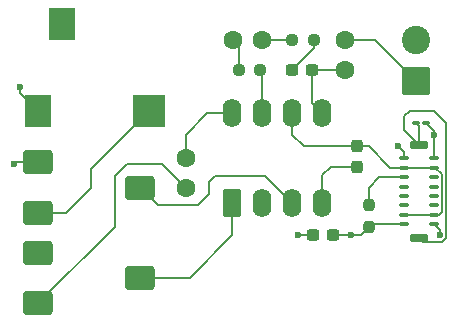
<source format=gbr>
%TF.GenerationSoftware,KiCad,Pcbnew,9.0.3-9.0.3-0~ubuntu24.04.1*%
%TF.CreationDate,2025-07-24T18:13:32+02:00*%
%TF.ProjectId,ampli_audio,616d706c-695f-4617-9564-696f2e6b6963,rev?*%
%TF.SameCoordinates,Original*%
%TF.FileFunction,Copper,L1,Top*%
%TF.FilePolarity,Positive*%
%FSLAX46Y46*%
G04 Gerber Fmt 4.6, Leading zero omitted, Abs format (unit mm)*
G04 Created by KiCad (PCBNEW 9.0.3-9.0.3-0~ubuntu24.04.1) date 2025-07-24 18:13:32*
%MOMM*%
%LPD*%
G01*
G04 APERTURE LIST*
G04 Aperture macros list*
%AMRoundRect*
0 Rectangle with rounded corners*
0 $1 Rounding radius*
0 $2 $3 $4 $5 $6 $7 $8 $9 X,Y pos of 4 corners*
0 Add a 4 corners polygon primitive as box body*
4,1,4,$2,$3,$4,$5,$6,$7,$8,$9,$2,$3,0*
0 Add four circle primitives for the rounded corners*
1,1,$1+$1,$2,$3*
1,1,$1+$1,$4,$5*
1,1,$1+$1,$6,$7*
1,1,$1+$1,$8,$9*
0 Add four rect primitives between the rounded corners*
20,1,$1+$1,$2,$3,$4,$5,0*
20,1,$1+$1,$4,$5,$6,$7,0*
20,1,$1+$1,$6,$7,$8,$9,0*
20,1,$1+$1,$8,$9,$2,$3,0*%
G04 Aperture macros list end*
%TA.AperFunction,SMDPad,CuDef*%
%ADD10R,2.200000X2.800000*%
%TD*%
%TA.AperFunction,SMDPad,CuDef*%
%ADD11R,2.800000X2.800000*%
%TD*%
%TA.AperFunction,SMDPad,CuDef*%
%ADD12RoundRect,0.237500X0.250000X0.237500X-0.250000X0.237500X-0.250000X-0.237500X0.250000X-0.237500X0*%
%TD*%
%TA.AperFunction,SMDPad,CuDef*%
%ADD13RoundRect,0.250000X-1.000000X-0.750000X1.000000X-0.750000X1.000000X0.750000X-1.000000X0.750000X0*%
%TD*%
%TA.AperFunction,SMDPad,CuDef*%
%ADD14RoundRect,0.237500X-0.300000X-0.237500X0.300000X-0.237500X0.300000X0.237500X-0.300000X0.237500X0*%
%TD*%
%TA.AperFunction,ComponentPad*%
%ADD15C,1.600000*%
%TD*%
%TA.AperFunction,SMDPad,CuDef*%
%ADD16RoundRect,0.237500X0.300000X0.237500X-0.300000X0.237500X-0.300000X-0.237500X0.300000X-0.237500X0*%
%TD*%
%TA.AperFunction,SMDPad,CuDef*%
%ADD17RoundRect,0.100000X0.295000X-0.100000X0.295000X0.100000X-0.295000X0.100000X-0.295000X-0.100000X0*%
%TD*%
%TA.AperFunction,SMDPad,CuDef*%
%ADD18RoundRect,0.162500X0.637500X-0.162500X0.637500X0.162500X-0.637500X0.162500X-0.637500X-0.162500X0*%
%TD*%
%TA.AperFunction,SMDPad,CuDef*%
%ADD19RoundRect,0.237500X-0.237500X0.250000X-0.237500X-0.250000X0.237500X-0.250000X0.237500X0.250000X0*%
%TD*%
%TA.AperFunction,SMDPad,CuDef*%
%ADD20RoundRect,0.237500X0.237500X-0.300000X0.237500X0.300000X-0.237500X0.300000X-0.237500X-0.300000X0*%
%TD*%
%TA.AperFunction,SMDPad,CuDef*%
%ADD21RoundRect,0.237500X-0.250000X-0.237500X0.250000X-0.237500X0.250000X0.237500X-0.250000X0.237500X0*%
%TD*%
%TA.AperFunction,SMDPad,CuDef*%
%ADD22RoundRect,0.100000X0.217500X0.100000X-0.217500X0.100000X-0.217500X-0.100000X0.217500X-0.100000X0*%
%TD*%
%TA.AperFunction,ComponentPad*%
%ADD23RoundRect,0.250000X0.550000X-0.950000X0.550000X0.950000X-0.550000X0.950000X-0.550000X-0.950000X0*%
%TD*%
%TA.AperFunction,ComponentPad*%
%ADD24O,1.600000X2.400000*%
%TD*%
%TA.AperFunction,ComponentPad*%
%ADD25RoundRect,0.250001X0.949999X-0.949999X0.949999X0.949999X-0.949999X0.949999X-0.949999X-0.949999X0*%
%TD*%
%TA.AperFunction,ComponentPad*%
%ADD26C,2.400000*%
%TD*%
%TA.AperFunction,ViaPad*%
%ADD27C,0.600000*%
%TD*%
%TA.AperFunction,Conductor*%
%ADD28C,0.200000*%
%TD*%
G04 APERTURE END LIST*
D10*
%TO.P,J1,R*%
%TO.N,unconnected-(J1-PadR)*%
X78500000Y-79100000D03*
%TO.P,J1,S*%
%TO.N,GND*%
X76500000Y-86500000D03*
D11*
%TO.P,J1,T*%
%TO.N,Net-(J1-PadT)*%
X85900000Y-86500000D03*
%TD*%
D12*
%TO.P,R1,1*%
%TO.N,Net-(C2-Pad2)*%
X99825000Y-80500000D03*
%TO.P,R1,2*%
%TO.N,GND*%
X98000000Y-80500000D03*
%TD*%
D13*
%TO.P,RV1,1,1*%
%TO.N,Net-(J1-PadT)*%
X76500000Y-95150000D03*
%TO.P,RV1,2,2*%
%TO.N,Net-(U1-+)*%
X85150000Y-93000000D03*
%TO.P,RV1,3,3*%
%TO.N,GND*%
X76500000Y-90850000D03*
%TD*%
D14*
%TO.P,C6,1*%
%TO.N,GND*%
X99775000Y-97000000D03*
%TO.P,C6,2*%
X101500000Y-97000000D03*
%TD*%
D15*
%TO.P,C1,1*%
%TO.N,Net-(C1-Pad1)*%
X102500000Y-83000000D03*
%TO.P,C1,2*%
%TO.N,Net-(J2-Pin_1)*%
X102500000Y-80500000D03*
%TD*%
D16*
%TO.P,C2,1*%
%TO.N,Net-(C1-Pad1)*%
X99725000Y-83000000D03*
%TO.P,C2,2*%
%TO.N,Net-(C2-Pad2)*%
X98000000Y-83000000D03*
%TD*%
D13*
%TO.P,RV2,1,1*%
%TO.N,Net-(C7-Pad1)*%
X76500000Y-102800000D03*
%TO.P,RV2,2,2*%
%TO.N,Net-(RV2-Pad2)*%
X85150000Y-100650000D03*
%TO.P,RV2,3,3*%
%TO.N,unconnected-(RV2-Pad3)*%
X76500000Y-98500000D03*
%TD*%
D17*
%TO.P,P1,A1,GND*%
%TO.N,GND*%
X107500000Y-90500000D03*
%TO.P,P1,A4,VBUS*%
%TO.N,Net-(U1-V+)*%
X107500000Y-91300000D03*
%TO.P,P1,A5,CC*%
%TO.N,Net-(P1-CC)*%
X107500000Y-92100000D03*
%TO.P,P1,A6,D+*%
%TO.N,unconnected-(P1-D+-PadA6)*%
X107500000Y-92900000D03*
%TO.P,P1,A7,D-*%
%TO.N,unconnected-(P1-D--PadA7)*%
X107500000Y-93700000D03*
%TO.P,P1,A8*%
%TO.N,N/C*%
X107500000Y-94500000D03*
%TO.P,P1,A9,VBUS*%
%TO.N,Net-(U1-V+)*%
X107500000Y-95300000D03*
%TO.P,P1,A12,GND*%
%TO.N,GND*%
X107500000Y-96100000D03*
%TO.P,P1,B1,GND*%
X110040000Y-96100000D03*
%TO.P,P1,B4,VBUS*%
%TO.N,Net-(U1-V+)*%
X110040000Y-95300000D03*
%TO.P,P1,B5,VCONN*%
%TO.N,unconnected-(P1-VCONN-PadB5)*%
X110040000Y-94500000D03*
%TO.P,P1,B6*%
%TO.N,N/C*%
X110040000Y-93700000D03*
%TO.P,P1,B7*%
X110040000Y-92900000D03*
%TO.P,P1,B8*%
X110040000Y-92100000D03*
%TO.P,P1,B9,VBUS*%
%TO.N,Net-(U1-V+)*%
X110040000Y-91300000D03*
%TO.P,P1,B12,GND*%
%TO.N,GND*%
X110040000Y-90500000D03*
D18*
%TO.P,P1,S1,SHIELD*%
%TO.N,Net-(P1-SHIELD)*%
X108770000Y-89350000D03*
X108770000Y-97250000D03*
%TD*%
D19*
%TO.P,R2,1*%
%TO.N,Net-(P1-CC)*%
X104500000Y-94500000D03*
%TO.P,R2,2*%
%TO.N,GND*%
X104500000Y-96325000D03*
%TD*%
D20*
%TO.P,C5,1*%
%TO.N,GND*%
X103500000Y-91225000D03*
%TO.P,C5,2*%
%TO.N,Net-(U1-V+)*%
X103500000Y-89500000D03*
%TD*%
D15*
%TO.P,C3,1*%
%TO.N,Net-(C3-Pad1)*%
X93000000Y-80500000D03*
%TO.P,C3,2*%
%TO.N,GND*%
X95500000Y-80500000D03*
%TD*%
D21*
%TO.P,R3,1*%
%TO.N,Net-(C3-Pad1)*%
X93500000Y-83000000D03*
%TO.P,R3,2*%
%TO.N,Net-(U1-BYPASS)*%
X95325000Y-83000000D03*
%TD*%
D15*
%TO.P,C7,1*%
%TO.N,Net-(C7-Pad1)*%
X89000000Y-93000000D03*
%TO.P,C7,2*%
%TO.N,Net-(C7-Pad2)*%
X89000000Y-90500000D03*
%TD*%
D22*
%TO.P,FB1,1*%
%TO.N,GND*%
X109340000Y-87500000D03*
%TO.P,FB1,2*%
%TO.N,Net-(P1-SHIELD)*%
X108525000Y-87500000D03*
%TD*%
D23*
%TO.P,U1,1,GAIN*%
%TO.N,Net-(RV2-Pad2)*%
X92960000Y-94310000D03*
D24*
%TO.P,U1,2,-*%
%TO.N,GND*%
X95500000Y-94310000D03*
%TO.P,U1,3,+*%
%TO.N,Net-(U1-+)*%
X98040000Y-94310000D03*
%TO.P,U1,4,GND*%
%TO.N,GND*%
X100580000Y-94310000D03*
%TO.P,U1,5*%
%TO.N,Net-(C1-Pad1)*%
X100580000Y-86690000D03*
%TO.P,U1,6,V+*%
%TO.N,Net-(U1-V+)*%
X98040000Y-86690000D03*
%TO.P,U1,7,BYPASS*%
%TO.N,Net-(U1-BYPASS)*%
X95500000Y-86690000D03*
%TO.P,U1,8,GAIN*%
%TO.N,Net-(C7-Pad2)*%
X92960000Y-86690000D03*
%TD*%
D25*
%TO.P,J2,1,Pin_1*%
%TO.N,Net-(J2-Pin_1)*%
X108500000Y-84000000D03*
D26*
%TO.P,J2,2,Pin_2*%
%TO.N,GND*%
X108500000Y-80500000D03*
%TD*%
D27*
%TO.N,GND*%
X74500000Y-91000000D03*
X103000000Y-97000000D03*
X75000000Y-84500000D03*
X98500000Y-97000000D03*
X107000000Y-89500000D03*
X110500000Y-97000000D03*
X110000000Y-88500000D03*
%TD*%
D28*
%TO.N,GND*%
X75000000Y-84500000D02*
X75000000Y-85000000D01*
X75000000Y-85000000D02*
X76500000Y-86500000D01*
%TO.N,Net-(C1-Pad1)*%
X99725000Y-85835000D02*
X100580000Y-86690000D01*
X100580000Y-85580000D02*
X100580000Y-86690000D01*
X99725000Y-83000000D02*
X102500000Y-83000000D01*
X99725000Y-83000000D02*
X99725000Y-85835000D01*
%TO.N,Net-(J2-Pin_1)*%
X105000000Y-80500000D02*
X108500000Y-84000000D01*
X102500000Y-80500000D02*
X105000000Y-80500000D01*
%TO.N,Net-(C2-Pad2)*%
X99825000Y-80500000D02*
X99825000Y-81175000D01*
X99825000Y-81175000D02*
X98000000Y-83000000D01*
%TO.N,Net-(C3-Pad1)*%
X93500000Y-83000000D02*
X93500000Y-81000000D01*
X93500000Y-81000000D02*
X93000000Y-80500000D01*
%TO.N,GND*%
X103000000Y-97000000D02*
X101500000Y-97000000D01*
X110040000Y-90500000D02*
X110040000Y-88200000D01*
X95500000Y-80500000D02*
X98000000Y-80500000D01*
X104500000Y-96325000D02*
X104825000Y-96325000D01*
X107500000Y-90000000D02*
X107000000Y-89500000D01*
X103500000Y-91225000D02*
X101275000Y-91225000D01*
X100580000Y-91920000D02*
X100580000Y-94310000D01*
X110500000Y-96560000D02*
X110040000Y-96100000D01*
X74650000Y-90850000D02*
X76500000Y-90850000D01*
X107500000Y-90500000D02*
X107500000Y-90000000D01*
X110040000Y-88200000D02*
X109340000Y-87500000D01*
X104825000Y-96325000D02*
X105050000Y-96100000D01*
X110500000Y-97000000D02*
X110500000Y-96560000D01*
X74500000Y-91000000D02*
X74650000Y-90850000D01*
X101275000Y-91225000D02*
X100580000Y-91920000D01*
X105050000Y-96100000D02*
X107500000Y-96100000D01*
X103000000Y-97000000D02*
X103825000Y-97000000D01*
X98500000Y-97000000D02*
X99775000Y-97000000D01*
X103825000Y-97000000D02*
X104500000Y-96325000D01*
%TO.N,Net-(U1-V+)*%
X104500000Y-89500000D02*
X106300000Y-91300000D01*
X110434999Y-95300000D02*
X110040000Y-95300000D01*
X98040000Y-88540000D02*
X99000000Y-89500000D01*
X110101634Y-91300000D02*
X110663000Y-91861366D01*
X110040000Y-91300000D02*
X110101634Y-91300000D01*
X98040000Y-86690000D02*
X98040000Y-88540000D01*
X103500000Y-89500000D02*
X104500000Y-89500000D01*
X107500000Y-91300000D02*
X110040000Y-91300000D01*
X106300000Y-91300000D02*
X107500000Y-91300000D01*
X110040000Y-95300000D02*
X107500000Y-95300000D01*
X99000000Y-89500000D02*
X103500000Y-89500000D01*
X107894999Y-95300000D02*
X107500000Y-95300000D01*
X110663000Y-91861366D02*
X110663000Y-95071999D01*
X110663000Y-95071999D02*
X110434999Y-95300000D01*
%TO.N,Net-(C7-Pad1)*%
X89000000Y-93000000D02*
X89000000Y-93500000D01*
X83000000Y-92000000D02*
X84000000Y-91000000D01*
X84000000Y-91000000D02*
X87000000Y-91000000D01*
X87000000Y-91000000D02*
X89000000Y-93000000D01*
X83000000Y-96300000D02*
X83000000Y-92000000D01*
X76500000Y-102800000D02*
X83000000Y-96300000D01*
%TO.N,Net-(C7-Pad2)*%
X90810000Y-86690000D02*
X92960000Y-86690000D01*
X89000000Y-88500000D02*
X90810000Y-86690000D01*
X89000000Y-90500000D02*
X89000000Y-88500000D01*
%TO.N,Net-(P1-SHIELD)*%
X107500000Y-88080000D02*
X108770000Y-89350000D01*
X111000000Y-87500000D02*
X110000000Y-86500000D01*
X108525000Y-87500000D02*
X108770000Y-87745000D01*
X110671706Y-97574999D02*
X111028000Y-97218705D01*
X107500000Y-86947374D02*
X107500000Y-88080000D01*
X111000000Y-96753295D02*
X111000000Y-87500000D01*
X109094999Y-97574999D02*
X110671706Y-97574999D01*
X111028000Y-97218705D02*
X111028000Y-96781295D01*
X111028000Y-96781295D02*
X111000000Y-96753295D01*
X110000000Y-86500000D02*
X107947374Y-86500000D01*
X107947374Y-86500000D02*
X107500000Y-86947374D01*
X108770000Y-97250000D02*
X109094999Y-97574999D01*
X108770000Y-87745000D02*
X108770000Y-89350000D01*
%TO.N,Net-(J1-PadT)*%
X81000000Y-93000000D02*
X81000000Y-91400000D01*
X81000000Y-91400000D02*
X85900000Y-86500000D01*
X78850000Y-95150000D02*
X81000000Y-93000000D01*
X76500000Y-95150000D02*
X78850000Y-95150000D01*
%TO.N,Net-(P1-CC)*%
X104500000Y-94500000D02*
X104500000Y-93000000D01*
X105400000Y-92100000D02*
X107500000Y-92100000D01*
X104500000Y-93000000D02*
X105400000Y-92100000D01*
%TO.N,Net-(U1-BYPASS)*%
X95500000Y-83175000D02*
X95325000Y-83000000D01*
X95500000Y-86690000D02*
X95500000Y-83175000D01*
%TO.N,Net-(U1-+)*%
X91000000Y-92500000D02*
X91500000Y-92000000D01*
X91500000Y-92000000D02*
X95730000Y-92000000D01*
X95730000Y-92000000D02*
X98040000Y-94310000D01*
X86650000Y-94500000D02*
X90000000Y-94500000D01*
X90000000Y-94500000D02*
X91000000Y-93500000D01*
X91000000Y-93500000D02*
X91000000Y-92500000D01*
X85150000Y-93000000D02*
X86650000Y-94500000D01*
%TO.N,Net-(RV2-Pad2)*%
X85150000Y-100650000D02*
X89350000Y-100650000D01*
X89350000Y-100650000D02*
X92960000Y-97040000D01*
X92960000Y-97040000D02*
X92960000Y-94310000D01*
%TD*%
M02*

</source>
